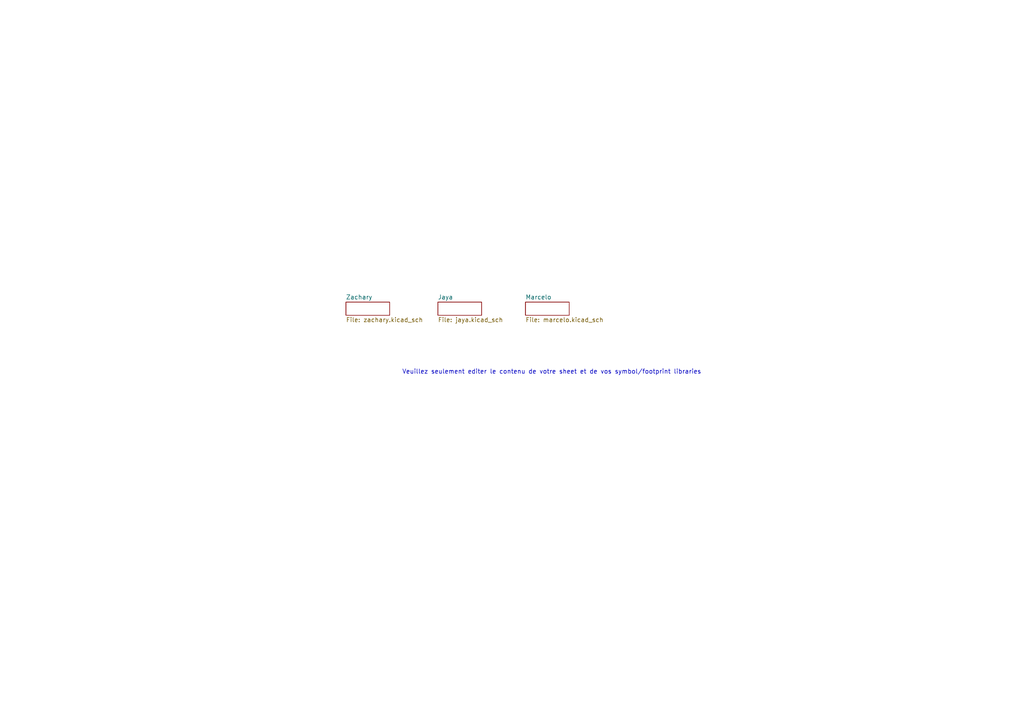
<source format=kicad_sch>
(kicad_sch
	(version 20250114)
	(generator "eeschema")
	(generator_version "9.0")
	(uuid "bc06d563-4007-4b79-a2fd-3534d8dd4a5b")
	(paper "A4")
	(lib_symbols)
	(text "Veuillez seulement editer le contenu de votre sheet et de vos symbol/footprint libraries"
		(exclude_from_sim no)
		(at 160.02 107.95 0)
		(effects
			(font
				(size 1.27 1.27)
			)
		)
		(uuid "4dbcb8bf-a443-4005-b56e-0beb2258c37e")
	)
	(sheet
		(at 152.4 87.63)
		(size 12.7 3.81)
		(exclude_from_sim no)
		(in_bom yes)
		(on_board yes)
		(dnp no)
		(fields_autoplaced yes)
		(stroke
			(width 0.1524)
			(type solid)
		)
		(fill
			(color 0 0 0 0.0000)
		)
		(uuid "3cdecc20-97f1-4dfe-b413-6351bf5844b8")
		(property "Sheetname" "Marcelo"
			(at 152.4 86.9184 0)
			(effects
				(font
					(size 1.27 1.27)
				)
				(justify left bottom)
			)
		)
		(property "Sheetfile" "marcelo.kicad_sch"
			(at 152.4 92.0246 0)
			(effects
				(font
					(size 1.27 1.27)
				)
				(justify left top)
			)
		)
		(instances
			(project "AuraView"
				(path "/bc06d563-4007-4b79-a2fd-3534d8dd4a5b"
					(page "3")
				)
			)
		)
	)
	(sheet
		(at 127 87.63)
		(size 12.7 3.81)
		(exclude_from_sim no)
		(in_bom yes)
		(on_board yes)
		(dnp no)
		(fields_autoplaced yes)
		(stroke
			(width 0.1524)
			(type solid)
		)
		(fill
			(color 0 0 0 0.0000)
		)
		(uuid "4bf745a6-de54-4b83-90cc-a634239cb0a7")
		(property "Sheetname" "Jaya"
			(at 127 86.9184 0)
			(effects
				(font
					(size 1.27 1.27)
				)
				(justify left bottom)
			)
		)
		(property "Sheetfile" "jaya.kicad_sch"
			(at 127 92.0246 0)
			(effects
				(font
					(size 1.27 1.27)
				)
				(justify left top)
			)
		)
		(instances
			(project "AuraView"
				(path "/bc06d563-4007-4b79-a2fd-3534d8dd4a5b"
					(page "4")
				)
			)
		)
	)
	(sheet
		(at 100.33 87.63)
		(size 12.7 3.81)
		(exclude_from_sim no)
		(in_bom yes)
		(on_board yes)
		(dnp no)
		(fields_autoplaced yes)
		(stroke
			(width 0.1524)
			(type solid)
		)
		(fill
			(color 0 0 0 0.0000)
		)
		(uuid "97feaace-4fc6-45df-b98a-d0a0827a2d97")
		(property "Sheetname" "Zachary"
			(at 100.33 86.9184 0)
			(effects
				(font
					(size 1.27 1.27)
				)
				(justify left bottom)
			)
		)
		(property "Sheetfile" "zachary.kicad_sch"
			(at 100.33 92.0246 0)
			(effects
				(font
					(size 1.27 1.27)
				)
				(justify left top)
			)
		)
		(instances
			(project "AuraView"
				(path "/bc06d563-4007-4b79-a2fd-3534d8dd4a5b"
					(page "2")
				)
			)
		)
	)
	(sheet_instances
		(path "/"
			(page "1")
		)
	)
	(embedded_fonts no)
)

</source>
